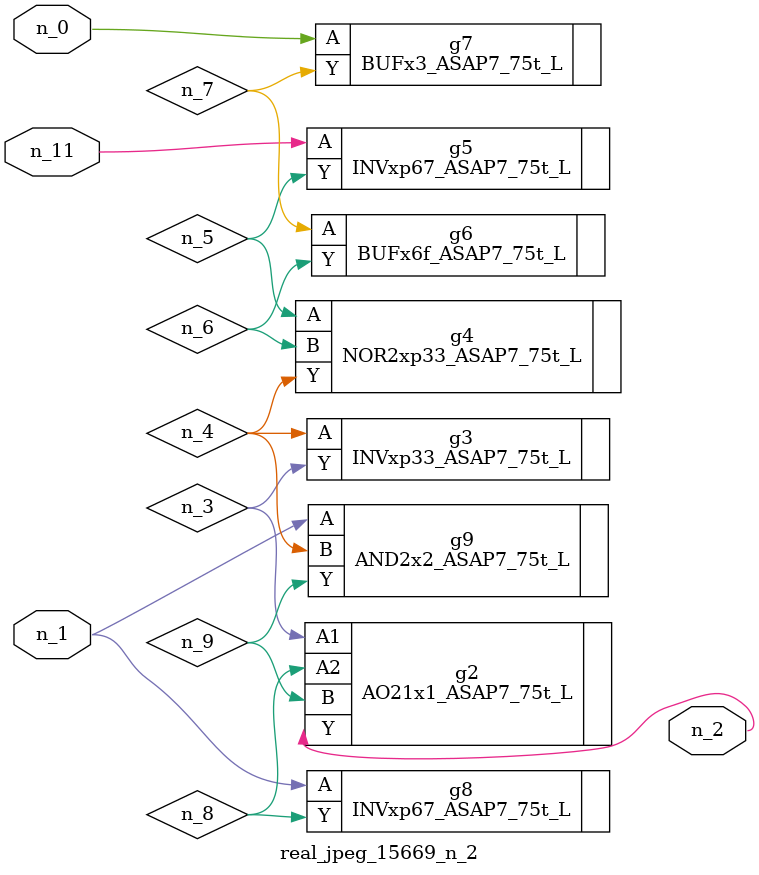
<source format=v>
module real_jpeg_15669_n_2 (n_1, n_11, n_0, n_2);

input n_1;
input n_11;
input n_0;

output n_2;

wire n_5;
wire n_8;
wire n_4;
wire n_6;
wire n_7;
wire n_3;
wire n_9;

BUFx3_ASAP7_75t_L g7 ( 
.A(n_0),
.Y(n_7)
);

INVxp67_ASAP7_75t_L g8 ( 
.A(n_1),
.Y(n_8)
);

AND2x2_ASAP7_75t_L g9 ( 
.A(n_1),
.B(n_4),
.Y(n_9)
);

AO21x1_ASAP7_75t_L g2 ( 
.A1(n_3),
.A2(n_8),
.B(n_9),
.Y(n_2)
);

INVxp33_ASAP7_75t_L g3 ( 
.A(n_4),
.Y(n_3)
);

NOR2xp33_ASAP7_75t_L g4 ( 
.A(n_5),
.B(n_6),
.Y(n_4)
);

BUFx6f_ASAP7_75t_L g6 ( 
.A(n_7),
.Y(n_6)
);

INVxp67_ASAP7_75t_L g5 ( 
.A(n_11),
.Y(n_5)
);


endmodule
</source>
